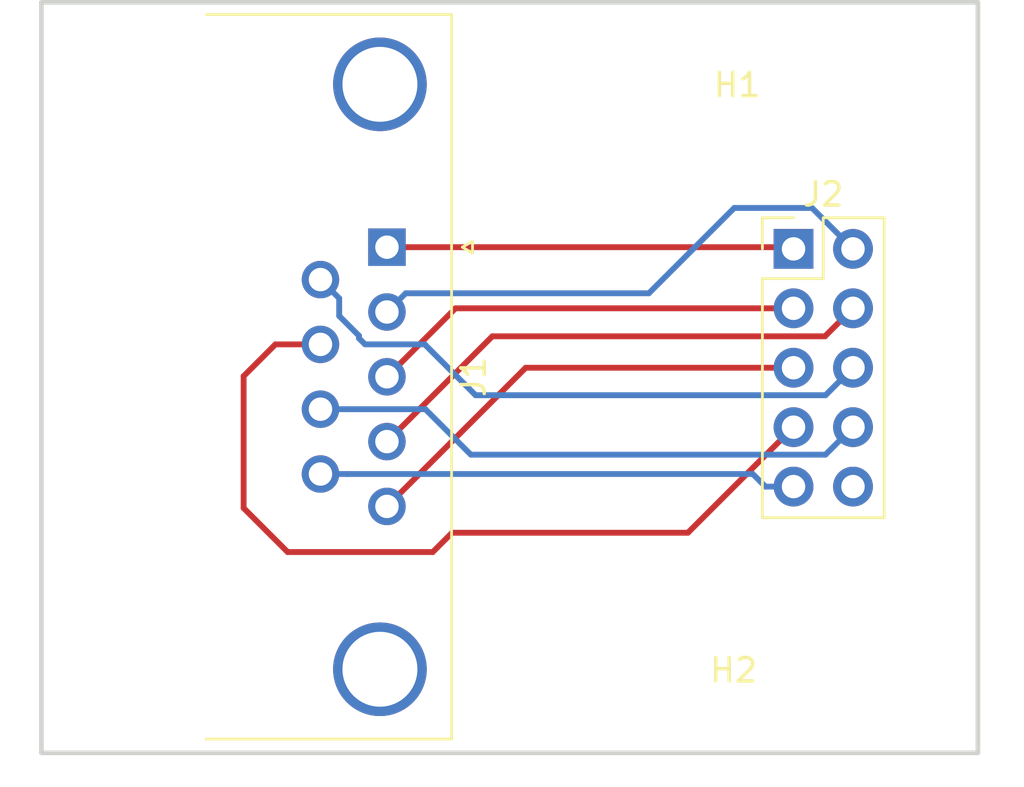
<source format=kicad_pcb>
(kicad_pcb (version 20171130) (host pcbnew 5.0.2-bee76a0~70~ubuntu16.04.1)

  (general
    (thickness 1.6)
    (drawings 4)
    (tracks 39)
    (zones 0)
    (modules 4)
    (nets 11)
  )

  (page A4)
  (layers
    (0 F.Cu signal)
    (31 B.Cu signal)
    (32 B.Adhes user)
    (33 F.Adhes user)
    (34 B.Paste user)
    (35 F.Paste user)
    (36 B.SilkS user)
    (37 F.SilkS user)
    (38 B.Mask user)
    (39 F.Mask user)
    (40 Dwgs.User user)
    (41 Cmts.User user)
    (42 Eco1.User user)
    (43 Eco2.User user)
    (44 Edge.Cuts user)
    (45 Margin user)
    (46 B.CrtYd user)
    (47 F.CrtYd user)
    (48 B.Fab user)
    (49 F.Fab user)
  )

  (setup
    (last_trace_width 0.25)
    (trace_clearance 0.2)
    (zone_clearance 0.508)
    (zone_45_only no)
    (trace_min 0.2)
    (segment_width 0.2)
    (edge_width 0.15)
    (via_size 0.8)
    (via_drill 0.4)
    (via_min_size 0.4)
    (via_min_drill 0.3)
    (uvia_size 0.3)
    (uvia_drill 0.1)
    (uvias_allowed no)
    (uvia_min_size 0.2)
    (uvia_min_drill 0.1)
    (pcb_text_width 0.3)
    (pcb_text_size 1.5 1.5)
    (mod_edge_width 0.15)
    (mod_text_size 1 1)
    (mod_text_width 0.15)
    (pad_size 1.524 1.524)
    (pad_drill 0.762)
    (pad_to_mask_clearance 0.051)
    (solder_mask_min_width 0.25)
    (aux_axis_origin 0 0)
    (visible_elements FFFFFF7F)
    (pcbplotparams
      (layerselection 0x010fc_ffffffff)
      (usegerberextensions false)
      (usegerberattributes false)
      (usegerberadvancedattributes false)
      (creategerberjobfile false)
      (excludeedgelayer true)
      (linewidth 0.100000)
      (plotframeref false)
      (viasonmask false)
      (mode 1)
      (useauxorigin false)
      (hpglpennumber 1)
      (hpglpenspeed 20)
      (hpglpendiameter 15.000000)
      (psnegative false)
      (psa4output false)
      (plotreference true)
      (plotvalue true)
      (plotinvisibletext false)
      (padsonsilk false)
      (subtractmaskfromsilk false)
      (outputformat 1)
      (mirror false)
      (drillshape 0)
      (scaleselection 1)
      (outputdirectory "gerbers/"))
  )

  (net 0 "")
  (net 1 1)
  (net 2 2)
  (net 3 3)
  (net 4 4)
  (net 5 5)
  (net 6 6)
  (net 7 7)
  (net 8 8)
  (net 9 9)
  (net 10 "Net-(J2-Pad10)")

  (net_class Default "This is the default net class."
    (clearance 0.2)
    (trace_width 0.25)
    (via_dia 0.8)
    (via_drill 0.4)
    (uvia_dia 0.3)
    (uvia_drill 0.1)
    (add_net 1)
    (add_net 2)
    (add_net 3)
    (add_net 4)
    (add_net 5)
    (add_net 6)
    (add_net 7)
    (add_net 8)
    (add_net 9)
    (add_net "Net-(J2-Pad10)")
  )

  (module MountingHole:MountingHole_3.2mm_M3 (layer F.Cu) (tedit 56D1B4CB) (tstamp 5E7F6580)
    (at 167.1066 41.5036)
    (descr "Mounting Hole 3.2mm, no annular, M3")
    (tags "mounting hole 3.2mm no annular m3")
    (path /5E6AD302)
    (attr virtual)
    (fp_text reference H1 (at 5.461 -0.0508) (layer F.SilkS)
      (effects (font (size 1 1) (thickness 0.15)))
    )
    (fp_text value MountingHole (at 0 4.2) (layer F.Fab)
      (effects (font (size 1 1) (thickness 0.15)))
    )
    (fp_text user %R (at 0.3 0) (layer F.Fab)
      (effects (font (size 1 1) (thickness 0.15)))
    )
    (fp_circle (center 0 0) (end 3.2 0) (layer Cmts.User) (width 0.15))
    (fp_circle (center 0 0) (end 3.45 0) (layer F.CrtYd) (width 0.05))
    (pad 1 np_thru_hole circle (at 0 0) (size 3.2 3.2) (drill 3.2) (layers *.Cu *.Mask))
  )

  (module MountingHole:MountingHole_3.2mm_M3 (layer F.Cu) (tedit 56D1B4CB) (tstamp 5E8713B2)
    (at 167.2844 66.421)
    (descr "Mounting Hole 3.2mm, no annular, M3")
    (tags "mounting hole 3.2mm no annular m3")
    (path /5E6AD3C9)
    (attr virtual)
    (fp_text reference H2 (at 5.1308 0.0508) (layer F.SilkS)
      (effects (font (size 1 1) (thickness 0.15)))
    )
    (fp_text value MountingHole (at 0 4.2) (layer F.Fab)
      (effects (font (size 1 1) (thickness 0.15)))
    )
    (fp_circle (center 0 0) (end 3.45 0) (layer F.CrtYd) (width 0.05))
    (fp_circle (center 0 0) (end 3.2 0) (layer Cmts.User) (width 0.15))
    (fp_text user %R (at 0.3 0) (layer F.Fab)
      (effects (font (size 1 1) (thickness 0.15)))
    )
    (pad 1 np_thru_hole circle (at 0 0) (size 3.2 3.2) (drill 3.2) (layers *.Cu *.Mask))
  )

  (module Connector_Dsub:DSUB-9_Male_Horizontal_P2.77x2.84mm_EdgePinOffset4.94mm_Housed_MountingHolesOffset7.48mm (layer F.Cu) (tedit 59FEDEE2) (tstamp 5E7F65BC)
    (at 157.607 48.387 270)
    (descr "9-pin D-Sub connector, horizontal/angled (90 deg), THT-mount, male, pitch 2.77x2.84mm, pin-PCB-offset 4.9399999999999995mm, distance of mounting holes 25mm, distance of mounting holes to PCB edge 7.4799999999999995mm, see https://disti-assets.s3.amazonaws.com/tonar/files/datasheets/16730.pdf")
    (tags "9-pin D-Sub connector horizontal angled 90deg THT male pitch 2.77x2.84mm pin-PCB-offset 4.9399999999999995mm mounting-holes-distance 25mm mounting-hole-offset 25mm")
    (path /5E6AD0CD)
    (fp_text reference J1 (at 5.54 -3.7 270) (layer F.SilkS)
      (effects (font (size 1 1) (thickness 0.15)))
    )
    (fp_text value DB9_Male (at 5.54 15.68 270) (layer F.Fab)
      (effects (font (size 1 1) (thickness 0.15)))
    )
    (fp_arc (start -6.96 0.3) (end -8.56 0.3) (angle 180) (layer F.Fab) (width 0.1))
    (fp_arc (start 18.04 0.3) (end 16.44 0.3) (angle 180) (layer F.Fab) (width 0.1))
    (fp_line (start -9.885 -2.7) (end -9.885 7.78) (layer F.Fab) (width 0.1))
    (fp_line (start -9.885 7.78) (end 20.965 7.78) (layer F.Fab) (width 0.1))
    (fp_line (start 20.965 7.78) (end 20.965 -2.7) (layer F.Fab) (width 0.1))
    (fp_line (start 20.965 -2.7) (end -9.885 -2.7) (layer F.Fab) (width 0.1))
    (fp_line (start -9.885 7.78) (end -9.885 8.18) (layer F.Fab) (width 0.1))
    (fp_line (start -9.885 8.18) (end 20.965 8.18) (layer F.Fab) (width 0.1))
    (fp_line (start 20.965 8.18) (end 20.965 7.78) (layer F.Fab) (width 0.1))
    (fp_line (start 20.965 7.78) (end -9.885 7.78) (layer F.Fab) (width 0.1))
    (fp_line (start -2.61 8.18) (end -2.61 14.18) (layer F.Fab) (width 0.1))
    (fp_line (start -2.61 14.18) (end 13.69 14.18) (layer F.Fab) (width 0.1))
    (fp_line (start 13.69 14.18) (end 13.69 8.18) (layer F.Fab) (width 0.1))
    (fp_line (start 13.69 8.18) (end -2.61 8.18) (layer F.Fab) (width 0.1))
    (fp_line (start -9.46 8.18) (end -9.46 13.18) (layer F.Fab) (width 0.1))
    (fp_line (start -9.46 13.18) (end -4.46 13.18) (layer F.Fab) (width 0.1))
    (fp_line (start -4.46 13.18) (end -4.46 8.18) (layer F.Fab) (width 0.1))
    (fp_line (start -4.46 8.18) (end -9.46 8.18) (layer F.Fab) (width 0.1))
    (fp_line (start 15.54 8.18) (end 15.54 13.18) (layer F.Fab) (width 0.1))
    (fp_line (start 15.54 13.18) (end 20.54 13.18) (layer F.Fab) (width 0.1))
    (fp_line (start 20.54 13.18) (end 20.54 8.18) (layer F.Fab) (width 0.1))
    (fp_line (start 20.54 8.18) (end 15.54 8.18) (layer F.Fab) (width 0.1))
    (fp_line (start -8.56 7.78) (end -8.56 0.3) (layer F.Fab) (width 0.1))
    (fp_line (start -5.36 7.78) (end -5.36 0.3) (layer F.Fab) (width 0.1))
    (fp_line (start 16.44 7.78) (end 16.44 0.3) (layer F.Fab) (width 0.1))
    (fp_line (start 19.64 7.78) (end 19.64 0.3) (layer F.Fab) (width 0.1))
    (fp_line (start -9.945 7.72) (end -9.945 -2.76) (layer F.SilkS) (width 0.12))
    (fp_line (start -9.945 -2.76) (end 21.025 -2.76) (layer F.SilkS) (width 0.12))
    (fp_line (start 21.025 -2.76) (end 21.025 7.72) (layer F.SilkS) (width 0.12))
    (fp_line (start -0.25 -3.654338) (end 0.25 -3.654338) (layer F.SilkS) (width 0.12))
    (fp_line (start 0.25 -3.654338) (end 0 -3.221325) (layer F.SilkS) (width 0.12))
    (fp_line (start 0 -3.221325) (end -0.25 -3.654338) (layer F.SilkS) (width 0.12))
    (fp_line (start -10.4 -3.25) (end -10.4 14.7) (layer F.CrtYd) (width 0.05))
    (fp_line (start -10.4 14.7) (end 21.5 14.7) (layer F.CrtYd) (width 0.05))
    (fp_line (start 21.5 14.7) (end 21.5 -3.25) (layer F.CrtYd) (width 0.05))
    (fp_line (start 21.5 -3.25) (end -10.4 -3.25) (layer F.CrtYd) (width 0.05))
    (fp_text user %R (at 5.54 11.18 270) (layer F.Fab)
      (effects (font (size 1 1) (thickness 0.15)))
    )
    (pad 1 thru_hole rect (at 0 0 270) (size 1.6 1.6) (drill 1) (layers *.Cu *.Mask)
      (net 1 1))
    (pad 2 thru_hole circle (at 2.77 0 270) (size 1.6 1.6) (drill 1) (layers *.Cu *.Mask)
      (net 2 2))
    (pad 3 thru_hole circle (at 5.54 0 270) (size 1.6 1.6) (drill 1) (layers *.Cu *.Mask)
      (net 3 3))
    (pad 4 thru_hole circle (at 8.31 0 270) (size 1.6 1.6) (drill 1) (layers *.Cu *.Mask)
      (net 4 4))
    (pad 5 thru_hole circle (at 11.08 0 270) (size 1.6 1.6) (drill 1) (layers *.Cu *.Mask)
      (net 5 5))
    (pad 6 thru_hole circle (at 1.385 2.84 270) (size 1.6 1.6) (drill 1) (layers *.Cu *.Mask)
      (net 6 6))
    (pad 7 thru_hole circle (at 4.155 2.84 270) (size 1.6 1.6) (drill 1) (layers *.Cu *.Mask)
      (net 7 7))
    (pad 8 thru_hole circle (at 6.925 2.84 270) (size 1.6 1.6) (drill 1) (layers *.Cu *.Mask)
      (net 8 8))
    (pad 9 thru_hole circle (at 9.695 2.84 270) (size 1.6 1.6) (drill 1) (layers *.Cu *.Mask)
      (net 9 9))
    (pad 0 thru_hole circle (at -6.96 0.3 270) (size 4 4) (drill 3.2) (layers *.Cu *.Mask))
    (pad 0 thru_hole circle (at 18.04 0.3 270) (size 4 4) (drill 3.2) (layers *.Cu *.Mask))
    (model ${KISYS3DMOD}/Connector_Dsub.3dshapes/DSUB-9_Male_Horizontal_P2.77x2.84mm_EdgePinOffset4.94mm_Housed_MountingHolesOffset7.48mm.wrl
      (at (xyz 0 0 0))
      (scale (xyz 1 1 1))
      (rotate (xyz 0 0 0))
    )
  )

  (module Connector_PinHeader_2.54mm:PinHeader_2x05_P2.54mm_Vertical (layer F.Cu) (tedit 59FED5CC) (tstamp 5E7F65DC)
    (at 174.973601 48.459401)
    (descr "Through hole straight pin header, 2x05, 2.54mm pitch, double rows")
    (tags "Through hole pin header THT 2x05 2.54mm double row")
    (path /5E6AD279)
    (fp_text reference J2 (at 1.27 -2.33) (layer F.SilkS)
      (effects (font (size 1 1) (thickness 0.15)))
    )
    (fp_text value Conn_02x05_Odd_Even (at 1.27 12.49) (layer F.Fab)
      (effects (font (size 1 1) (thickness 0.15)))
    )
    (fp_line (start 0 -1.27) (end 3.81 -1.27) (layer F.Fab) (width 0.1))
    (fp_line (start 3.81 -1.27) (end 3.81 11.43) (layer F.Fab) (width 0.1))
    (fp_line (start 3.81 11.43) (end -1.27 11.43) (layer F.Fab) (width 0.1))
    (fp_line (start -1.27 11.43) (end -1.27 0) (layer F.Fab) (width 0.1))
    (fp_line (start -1.27 0) (end 0 -1.27) (layer F.Fab) (width 0.1))
    (fp_line (start -1.33 11.49) (end 3.87 11.49) (layer F.SilkS) (width 0.12))
    (fp_line (start -1.33 1.27) (end -1.33 11.49) (layer F.SilkS) (width 0.12))
    (fp_line (start 3.87 -1.33) (end 3.87 11.49) (layer F.SilkS) (width 0.12))
    (fp_line (start -1.33 1.27) (end 1.27 1.27) (layer F.SilkS) (width 0.12))
    (fp_line (start 1.27 1.27) (end 1.27 -1.33) (layer F.SilkS) (width 0.12))
    (fp_line (start 1.27 -1.33) (end 3.87 -1.33) (layer F.SilkS) (width 0.12))
    (fp_line (start -1.33 0) (end -1.33 -1.33) (layer F.SilkS) (width 0.12))
    (fp_line (start -1.33 -1.33) (end 0 -1.33) (layer F.SilkS) (width 0.12))
    (fp_line (start -1.8 -1.8) (end -1.8 11.95) (layer F.CrtYd) (width 0.05))
    (fp_line (start -1.8 11.95) (end 4.35 11.95) (layer F.CrtYd) (width 0.05))
    (fp_line (start 4.35 11.95) (end 4.35 -1.8) (layer F.CrtYd) (width 0.05))
    (fp_line (start 4.35 -1.8) (end -1.8 -1.8) (layer F.CrtYd) (width 0.05))
    (fp_text user %R (at 1.27 5.08 90) (layer F.Fab)
      (effects (font (size 1 1) (thickness 0.15)))
    )
    (pad 1 thru_hole rect (at 0 0) (size 1.7 1.7) (drill 1) (layers *.Cu *.Mask)
      (net 1 1))
    (pad 2 thru_hole oval (at 2.54 0) (size 1.7 1.7) (drill 1) (layers *.Cu *.Mask)
      (net 2 2))
    (pad 3 thru_hole oval (at 0 2.54) (size 1.7 1.7) (drill 1) (layers *.Cu *.Mask)
      (net 3 3))
    (pad 4 thru_hole oval (at 2.54 2.54) (size 1.7 1.7) (drill 1) (layers *.Cu *.Mask)
      (net 4 4))
    (pad 5 thru_hole oval (at 0 5.08) (size 1.7 1.7) (drill 1) (layers *.Cu *.Mask)
      (net 5 5))
    (pad 6 thru_hole oval (at 2.54 5.08) (size 1.7 1.7) (drill 1) (layers *.Cu *.Mask)
      (net 6 6))
    (pad 7 thru_hole oval (at 0 7.62) (size 1.7 1.7) (drill 1) (layers *.Cu *.Mask)
      (net 7 7))
    (pad 8 thru_hole oval (at 2.54 7.62) (size 1.7 1.7) (drill 1) (layers *.Cu *.Mask)
      (net 8 8))
    (pad 9 thru_hole oval (at 0 10.16) (size 1.7 1.7) (drill 1) (layers *.Cu *.Mask)
      (net 9 9))
    (pad 10 thru_hole oval (at 2.54 10.16) (size 1.7 1.7) (drill 1) (layers *.Cu *.Mask)
      (net 10 "Net-(J2-Pad10)"))
    (model ${KISYS3DMOD}/Connector_PinHeader_2.54mm.3dshapes/PinHeader_2x05_P2.54mm_Vertical.wrl
      (at (xyz 0 0 0))
      (scale (xyz 1 1 1))
      (rotate (xyz 0 0 0))
    )
  )

  (gr_line (start 142.8496 37.9222) (end 142.8496 70) (layer Edge.Cuts) (width 0.2))
  (gr_line (start 182.8496 37.9222) (end 142.8496 37.9222) (layer Edge.Cuts) (width 0.2))
  (gr_line (start 182.8496 70) (end 182.8496 37.9222) (layer Edge.Cuts) (width 0.2))
  (gr_line (start 142.8496 70) (end 182.8496 70) (layer Edge.Cuts) (width 0.2))

  (segment (start 174.9012 48.387) (end 174.973601 48.459401) (width 0.25) (layer F.Cu) (net 1))
  (segment (start 157.607 48.387) (end 174.9012 48.387) (width 0.25) (layer F.Cu) (net 1))
  (segment (start 158.406999 50.357001) (end 168.794199 50.357001) (width 0.25) (layer B.Cu) (net 2))
  (segment (start 157.607 51.157) (end 158.406999 50.357001) (width 0.25) (layer B.Cu) (net 2))
  (segment (start 168.794199 50.357001) (end 172.4406 46.7106) (width 0.25) (layer B.Cu) (net 2))
  (segment (start 175.7648 46.7106) (end 177.513601 48.459401) (width 0.25) (layer B.Cu) (net 2))
  (segment (start 172.4406 46.7106) (end 175.7648 46.7106) (width 0.25) (layer B.Cu) (net 2))
  (segment (start 160.534599 50.999401) (end 157.607 53.927) (width 0.25) (layer F.Cu) (net 3))
  (segment (start 174.973601 50.999401) (end 160.534599 50.999401) (width 0.25) (layer F.Cu) (net 3))
  (segment (start 157.607 56.697) (end 162.107 52.197) (width 0.25) (layer F.Cu) (net 4))
  (segment (start 176.316002 52.197) (end 177.513601 50.999401) (width 0.25) (layer F.Cu) (net 4))
  (segment (start 162.107 52.197) (end 176.316002 52.197) (width 0.25) (layer F.Cu) (net 4))
  (segment (start 163.534599 53.539401) (end 157.607 59.467) (width 0.25) (layer F.Cu) (net 5))
  (segment (start 174.973601 53.539401) (end 163.534599 53.539401) (width 0.25) (layer F.Cu) (net 5))
  (segment (start 159.221398 52.541398) (end 161.394402 54.714402) (width 0.25) (layer B.Cu) (net 6))
  (segment (start 156.672597 52.541398) (end 159.221398 52.541398) (width 0.25) (layer B.Cu) (net 6))
  (segment (start 176.3386 54.714402) (end 177.513601 53.539401) (width 0.25) (layer B.Cu) (net 6))
  (segment (start 156.4132 52.282001) (end 156.672597 52.541398) (width 0.25) (layer B.Cu) (net 6))
  (segment (start 161.394402 54.714402) (end 176.3386 54.714402) (width 0.25) (layer B.Cu) (net 6))
  (segment (start 154.767 49.772) (end 155.566999 50.571999) (width 0.25) (layer B.Cu) (net 6))
  (segment (start 155.566999 50.571999) (end 155.566999 51.325399) (width 0.25) (layer B.Cu) (net 6))
  (segment (start 155.566999 51.325399) (end 156.4132 52.1716) (width 0.25) (layer B.Cu) (net 6))
  (segment (start 156.4132 52.1716) (end 156.4132 52.282001) (width 0.25) (layer B.Cu) (net 6))
  (segment (start 170.461001 60.592001) (end 160.387999 60.592001) (width 0.25) (layer F.Cu) (net 7))
  (segment (start 174.973601 56.079401) (end 170.461001 60.592001) (width 0.25) (layer F.Cu) (net 7))
  (segment (start 160.387999 60.592001) (end 159.5628 61.4172) (width 0.25) (layer F.Cu) (net 7))
  (segment (start 159.5628 61.4172) (end 153.3652 61.4172) (width 0.25) (layer F.Cu) (net 7))
  (segment (start 153.3652 61.4172) (end 151.4856 59.5376) (width 0.25) (layer F.Cu) (net 7))
  (segment (start 151.4856 59.5376) (end 151.4856 53.8988) (width 0.25) (layer F.Cu) (net 7))
  (segment (start 152.8424 52.542) (end 154.767 52.542) (width 0.25) (layer F.Cu) (net 7))
  (segment (start 151.4856 53.8988) (end 152.8424 52.542) (width 0.25) (layer F.Cu) (net 7))
  (segment (start 176.3386 57.254402) (end 161.191202 57.254402) (width 0.25) (layer B.Cu) (net 8))
  (segment (start 177.513601 56.079401) (end 176.3386 57.254402) (width 0.25) (layer B.Cu) (net 8))
  (segment (start 159.2488 55.312) (end 154.767 55.312) (width 0.25) (layer B.Cu) (net 8))
  (segment (start 161.191202 57.254402) (end 159.2488 55.312) (width 0.25) (layer B.Cu) (net 8))
  (segment (start 155.89837 58.082) (end 154.767 58.082) (width 0.25) (layer B.Cu) (net 9))
  (segment (start 173.77152 58.619401) (end 173.234119 58.082) (width 0.25) (layer B.Cu) (net 9))
  (segment (start 173.234119 58.082) (end 155.89837 58.082) (width 0.25) (layer B.Cu) (net 9))
  (segment (start 174.973601 58.619401) (end 173.77152 58.619401) (width 0.25) (layer B.Cu) (net 9))

)

</source>
